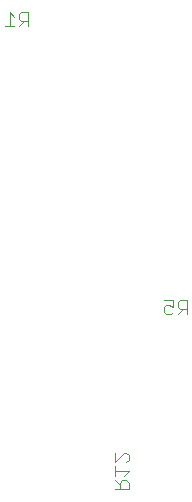
<source format=gbr>
G04 EAGLE Gerber RS-274X export*
G75*
%MOMM*%
%FSLAX34Y34*%
%LPD*%
%INSilkscreen Bottom*%
%IPPOS*%
%AMOC8*
5,1,8,0,0,1.08239X$1,22.5*%
G01*
%ADD10C,0.101600*%


D10*
X239522Y467868D02*
X239522Y479562D01*
X233675Y479562D01*
X231726Y477613D01*
X231726Y473715D01*
X233675Y471766D01*
X239522Y471766D01*
X235624Y471766D02*
X231726Y467868D01*
X227828Y475664D02*
X223930Y479562D01*
X223930Y467868D01*
X227828Y467868D02*
X220032Y467868D01*
X312928Y75438D02*
X324622Y75438D01*
X324622Y81285D01*
X322673Y83234D01*
X318775Y83234D01*
X316826Y81285D01*
X316826Y75438D01*
X316826Y79336D02*
X312928Y83234D01*
X320724Y87132D02*
X324622Y91030D01*
X312928Y91030D01*
X312928Y87132D02*
X312928Y94928D01*
X312928Y98826D02*
X312928Y106622D01*
X312928Y98826D02*
X320724Y106622D01*
X322673Y106622D01*
X324622Y104673D01*
X324622Y100775D01*
X322673Y98826D01*
X374142Y224028D02*
X374142Y235722D01*
X368295Y235722D01*
X366346Y233773D01*
X366346Y229875D01*
X368295Y227926D01*
X374142Y227926D01*
X370244Y227926D02*
X366346Y224028D01*
X362448Y235722D02*
X354652Y235722D01*
X362448Y235722D02*
X362448Y229875D01*
X358550Y231824D01*
X356601Y231824D01*
X354652Y229875D01*
X354652Y225977D01*
X356601Y224028D01*
X360499Y224028D01*
X362448Y225977D01*
M02*

</source>
